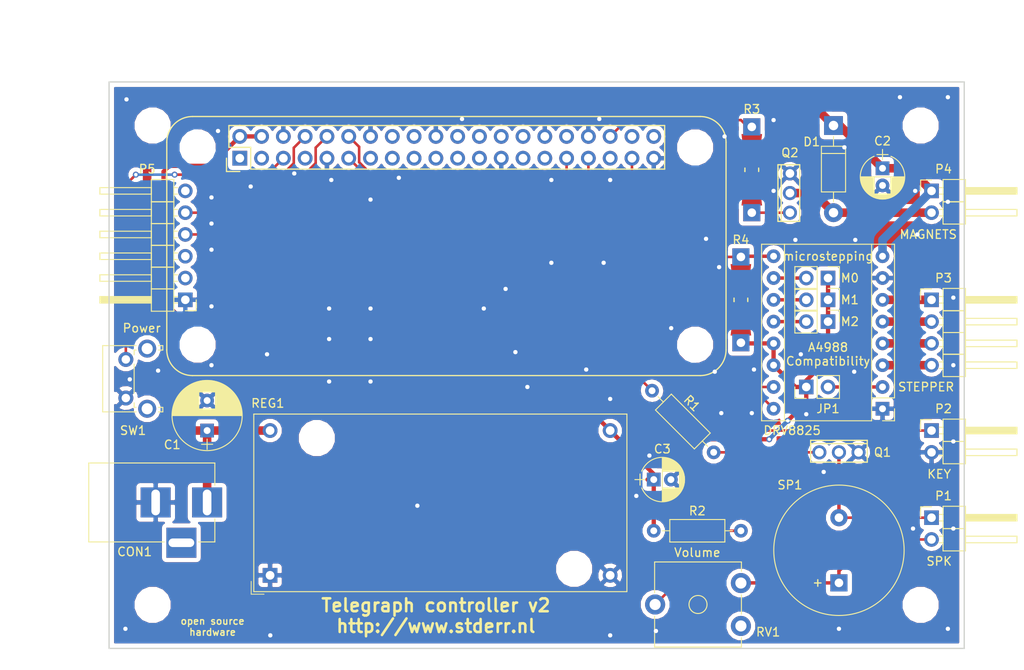
<source format=kicad_pcb>
(kicad_pcb (version 4) (host pcbnew 4.0.6-e0-6349~53~ubuntu16.04.1)
  (layers (0 F.Cu signal) (31 B.Cu signal) (34 B.Paste user) (35 F.Paste user) (36 B.SilkS user) (37 F.SilkS user) (38 B.Mask user) (39 F.Mask user) (44 Edge.Cuts user))
  (net 0 "")
  (net 1 GND)
  (net 2 /EN)
  (net 3 "Net-(A1-Pad2)")
  (net 4 "Net-(A1-Pad10)")
  (net 5 "Net-(A1-Pad3)")
  (net 6 "Net-(A1-Pad11)")
  (net 7 "Net-(A1-Pad4)")
  (net 8 "Net-(A1-Pad12)")
  (net 9 "Net-(A1-Pad5)")
  (net 10 +5V)
  (net 11 "Net-(A1-Pad6)")
  (net 12 /STEP)
  (net 13 +12V)
  (net 14 /DIR)
  (net 15 "Net-(CON1-Pad3)")
  (net 16 "Net-(D1-Pad2)")
  (net 17 "Net-(J1-Pad1)")
  (net 18 "Net-(J1-Pad3)")
  (net 19 "Net-(J1-Pad7)")
  (net 20 "Net-(J1-Pad13)")
  (net 21 "Net-(J1-Pad15)")
  (net 22 "Net-(J1-Pad16)")
  (net 23 "Net-(J1-Pad17)")
  (net 24 "Net-(J1-Pad18)")
  (net 25 "Net-(J1-Pad19)")
  (net 26 "Net-(J1-Pad21)")
  (net 27 "Net-(J1-Pad22)")
  (net 28 "Net-(J1-Pad23)")
  (net 29 "Net-(J1-Pad24)")
  (net 30 "Net-(J1-Pad26)")
  (net 31 "Net-(J1-Pad27)")
  (net 32 "Net-(J1-Pad28)")
  (net 33 "Net-(J1-Pad29)")
  (net 34 "Net-(J1-Pad32)")
  (net 35 "Net-(J1-Pad35)")
  (net 36 "Net-(J1-Pad38)")
  (net 37 "Net-(J1-Pad40)")
  (net 38 "Net-(P1-Pad1)")
  (net 39 "Net-(P1-Pad2)")
  (net 40 /KEY)
  (net 41 "Net-(Q1-Pad1)")
  (net 42 "Net-(Q2-Pad1)")
  (net 43 /SPK)
  (net 44 "Net-(R2-Pad2)")
  (net 45 /MAGNET)
  (net 46 /TX)
  (net 47 /RX)
  (net 48 "Net-(RV1-Pad3)")
  (net 49 /PWR)
  (net 50 "Net-(P5-Pad2)")
  (net 51 "Net-(P5-Pad3)")
  (net 52 "Net-(P5-Pad6)")
  (module Footprints:stitching_via (layer F.Cu) (at 111.76 115.316)
    (fp_text reference REF** hide)
    (fp_text value via0.8size0.5drill hide)
    (pad "" thru_hole circle (at 0 0) (size 0.8 0.8) (drill 0.5) (layers *.Cu) (net 1 GND))
  )
  (module Footprints:stitching_via (layer F.Cu) (at 66.04 56.515)
    (fp_text reference REF** hide)
    (fp_text value via0.8size0.5drill hide)
    (pad "" thru_hole circle (at 0 0) (size 0.8 0.8) (drill 0.5) (layers *.Cu) (net 1 GND))
  )
  (module Footprints:stitching_via (layer F.Cu) (at 65.278 83.82)
    (fp_text reference REF** hide)
    (fp_text value via0.8size0.5drill hide)
    (pad "" thru_hole circle (at 0 0) (size 0.8 0.8) (drill 0.5) (layers *.Cu) (net 1 GND))
  )
  (module Footprints:stitching_via (layer F.Cu) (at 83.82 85.725)
    (fp_text reference REF** hide)
    (fp_text value via0.8size0.5drill hide)
    (pad "" thru_hole circle (at 0 0) (size 0.8 0.8) (drill 0.5) (layers *.Cu) (net 1 GND))
  )
  (module Footprints:stitching_via (layer F.Cu) (at 78.994 85.725)
    (fp_text reference REF** hide)
    (fp_text value via0.8size0.5drill hide)
    (pad "" thru_hole circle (at 0 0) (size 0.8 0.8) (drill 0.5) (layers *.Cu) (net 1 GND))
  )
  (module Footprints:stitching_via (layer F.Cu) (at 89.281 100.203)
    (fp_text reference REF** hide)
    (fp_text value via0.8size0.5drill hide)
    (pad "" thru_hole circle (at 0 0) (size 0.8 0.8) (drill 0.5) (layers *.Cu) (net 1 GND))
  )
  (module Footprints:stitching_via (layer F.Cu) (at 55.753 85.471)
    (fp_text reference REF** hide)
    (fp_text value via0.8size0.5drill hide)
    (pad "" thru_hole circle (at 0 0) (size 0.8 0.8) (drill 0.5) (layers *.Cu) (net 1 GND))
  )
  (module Footprints:stitching_via (layer F.Cu) (at 108.966 84.328)
    (fp_text reference REF** hide)
    (fp_text value via0.8size0.5drill hide)
    (pad "" thru_hole circle (at 0 0) (size 0.8 0.8) (drill 0.5) (layers *.Cu) (net 1 GND))
  )
  (module Footprints:stitching_via (layer F.Cu) (at 133.985 82.55)
    (fp_text reference REF** hide)
    (fp_text value via0.8size0.5drill hide)
    (pad "" thru_hole circle (at 0 0) (size 0.8 0.8) (drill 0.5) (layers *.Cu) (net 1 GND))
  )
  (module Footprints:stitching_via (layer F.Cu) (at 140.335 69.215)
    (fp_text reference REF** hide)
    (fp_text value via0.8size0.5drill hide)
    (pad "" thru_hole circle (at 0 0) (size 0.8 0.8) (drill 0.5) (layers *.Cu) (net 1 GND))
  )
  (module Footprints:stitching_via (layer F.Cu) (at 133.35 69.215)
    (fp_text reference REF** hide)
    (fp_text value via0.8size0.5drill hide)
    (pad "" thru_hole circle (at 0 0) (size 0.8 0.8) (drill 0.5) (layers *.Cu) (net 1 GND))
  )
  (module Footprints:stitching_via (layer F.Cu) (at 125.095 57.15)
    (fp_text reference REF** hide)
    (fp_text value via0.8size0.5drill hide)
    (pad "" thru_hole circle (at 0 0) (size 0.8 0.8) (drill 0.5) (layers *.Cu) (net 1 GND))
  )
  (module Footprints:stitching_via (layer F.Cu) (at 139.065 58.42)
    (fp_text reference REF** hide)
    (fp_text value via0.8size0.5drill hide)
    (pad "" thru_hole circle (at 0 0) (size 0.8 0.8) (drill 0.5) (layers *.Cu) (net 1 GND))
  )
  (module Footprints:stitching_via (layer F.Cu) (at 130.81 63.5)
    (fp_text reference REF** hide)
    (fp_text value via0.8size0.5drill hide)
    (pad "" thru_hole circle (at 0 0) (size 0.8 0.8) (drill 0.5) (layers *.Cu) (net 1 GND))
  )
  (module Footprints:stitching_via (layer F.Cu) (at 134.62 89.535)
    (fp_text reference REF** hide)
    (fp_text value via0.8size0.5drill hide)
    (pad "" thru_hole circle (at 0 0) (size 0.8 0.8) (drill 0.5) (layers *.Cu) (net 1 GND))
  )
  (module Footprints:stitching_via (layer F.Cu) (at 147.574 68.58)
    (fp_text reference REF** hide)
    (fp_text value via0.8size0.5drill hide)
    (pad "" thru_hole circle (at 0 0) (size 0.8 0.8) (drill 0.5) (layers *.Cu) (net 1 GND))
  )
  (module Footprints:stitching_via (layer F.Cu) (at 151.13 114.554)
    (fp_text reference REF** hide)
    (fp_text value via0.8size0.5drill hide)
    (pad "" thru_hole circle (at 0 0) (size 0.8 0.8) (drill 0.5) (layers *.Cu) (net 1 GND))
  )
  (module Footprints:stitching_via (layer F.Cu) (at 55.245 114.554)
    (fp_text reference REF** hide)
    (fp_text value via0.8size0.5drill hide)
    (pad "" thru_hole circle (at 0 0) (size 0.8 0.8) (drill 0.5) (layers *.Cu) (net 1 GND))
  )
  (module Footprints:stitching_via (layer F.Cu) (at 55.372 52.832)
    (fp_text reference REF** hide)
    (fp_text value via0.8size0.5drill hide)
    (pad "" thru_hole circle (at 0 0) (size 0.8 0.8) (drill 0.5) (layers *.Cu) (net 1 GND))
  )
  (module Footprints:stitching_via (layer F.Cu) (at 122.936 69.088)
    (fp_text reference REF** hide)
    (fp_text value via0.8size0.5drill hide)
    (pad "" thru_hole circle (at 0 0) (size 0.8 0.8) (drill 0.5) (layers *.Cu) (net 1 GND))
  )
  (module Footprints:stitching_via (layer F.Cu) (at 118.872 79.502)
    (fp_text reference REF** hide)
    (fp_text value via0.8size0.5drill hide)
    (pad "" thru_hole circle (at 0 0) (size 0.8 0.8) (drill 0.5) (layers *.Cu) (net 1 GND))
  )
  (module Footprints:stitching_via (layer F.Cu) (at 123.952 84.582)
    (fp_text reference REF** hide)
    (fp_text value via0.8size0.5drill hide)
    (pad "" thru_hole circle (at 0 0) (size 0.8 0.8) (drill 0.5) (layers *.Cu) (net 1 GND))
  )
  (module Footprints:stitching_via (layer F.Cu) (at 110.998 71.882)
    (fp_text reference REF** hide)
    (fp_text value via0.8size0.5drill hide)
    (pad "" thru_hole circle (at 0 0) (size 0.8 0.8) (drill 0.5) (layers *.Cu) (net 1 GND))
  )
  (module Footprints:stitching_via (layer F.Cu) (at 111.76 62.23)
    (fp_text reference REF** hide)
    (fp_text value via0.8size0.5drill hide)
    (pad "" thru_hole circle (at 0 0) (size 0.8 0.8) (drill 0.5) (layers *.Cu) (net 1 GND))
  )
  (module Footprints:stitching_via (layer F.Cu) (at 124.46 72.39)
    (fp_text reference REF** hide)
    (fp_text value via0.8size0.5drill hide)
    (pad "" thru_hole circle (at 0 0) (size 0.8 0.8) (drill 0.5) (layers *.Cu) (net 1 GND))
  )
  (module Footprints:stitching_via (layer F.Cu) (at 128.524 84.328)
    (fp_text reference REF** hide)
    (fp_text value via0.8size0.5drill hide)
    (pad "" thru_hole circle (at 0 0) (size 0.8 0.8) (drill 0.5) (layers *.Cu) (net 1 GND))
  )
  (module Footprints:stitching_via (layer F.Cu) (at 140.208 84.582)
    (fp_text reference REF** hide)
    (fp_text value via0.8size0.5drill hide)
    (pad "" thru_hole circle (at 0 0) (size 0.8 0.8) (drill 0.5) (layers *.Cu) (net 1 GND))
  )
  (module Footprints:stitching_via (layer F.Cu) (at 136.652 96.266)
    (fp_text reference REF** hide)
    (fp_text value via0.8size0.5drill hide)
    (pad "" thru_hole circle (at 0 0) (size 0.8 0.8) (drill 0.5) (layers *.Cu) (net 1 GND))
  )
  (module Footprints:stitching_via (layer F.Cu) (at 147.066 102.87)
    (fp_text reference REF** hide)
    (fp_text value via0.8size0.5drill hide)
    (pad "" thru_hole circle (at 0 0) (size 0.8 0.8) (drill 0.5) (layers *.Cu) (net 1 GND))
  )
  (module Footprints:stitching_via (layer F.Cu) (at 116.332 94.361)
    (fp_text reference REF** hide)
    (fp_text value via0.8size0.5drill hide)
    (pad "" thru_hole circle (at 0 0) (size 0.8 0.8) (drill 0.5) (layers *.Cu) (net 1 GND))
  )
  (module Footprints:stitching_via (layer F.Cu) (at 114.808 99.06)
    (fp_text reference REF** hide)
    (fp_text value via0.8size0.5drill hide)
    (pad "" thru_hole circle (at 0 0) (size 0.8 0.8) (drill 0.5) (layers *.Cu) (net 1 GND))
  )
  (module Footprints:stitching_via (layer F.Cu) (at 102.108 86.36)
    (fp_text reference REF** hide)
    (fp_text value via0.8size0.5drill hide)
    (pad "" thru_hole circle (at 0 0) (size 0.8 0.8) (drill 0.5) (layers *.Cu) (net 1 GND))
  )
  (module Footprints:stitching_via (layer F.Cu) (at 71.755 82.55)
    (fp_text reference REF** hide)
    (fp_text value via0.8size0.5drill hide)
    (pad "" thru_hole circle (at 0 0) (size 0.8 0.8) (drill 0.5) (layers *.Cu) (net 1 GND))
  )
  (module Footprints:stitching_via (layer F.Cu) (at 78.994 80.772)
    (fp_text reference REF** hide)
    (fp_text value via0.8size0.5drill hide)
    (pad "" thru_hole circle (at 0 0) (size 0.8 0.8) (drill 0.5) (layers *.Cu) (net 1 GND))
  )
  (module Footprints:stitching_via (layer F.Cu) (at 117.094 114.808)
    (fp_text reference REF** hide)
    (fp_text value via0.8size0.5drill hide)
    (pad "" thru_hole circle (at 0 0) (size 0.8 0.8) (drill 0.5) (layers *.Cu) (net 1 GND))
  )
  (module Footprints:stitching_via (layer F.Cu) (at 138.43 114.554)
    (fp_text reference REF** hide)
    (fp_text value via0.8size0.5drill hide)
    (pad "" thru_hole circle (at 0 0) (size 0.8 0.8) (drill 0.5) (layers *.Cu) (net 1 GND))
  )
  (module Footprints:stitching_via (layer F.Cu) (at 151.765 102.87)
    (fp_text reference REF** hide)
    (fp_text value via0.8size0.5drill hide)
    (pad "" thru_hole circle (at 0 0) (size 0.8 0.8) (drill 0.5) (layers *.Cu) (net 1 GND))
  )
  (module Footprints:stitching_via (layer F.Cu) (at 151.765 92.71)
    (fp_text reference REF** hide)
    (fp_text value via0.8size0.5drill hide)
    (pad "" thru_hole circle (at 0 0) (size 0.8 0.8) (drill 0.5) (layers *.Cu) (net 1 GND))
  )
  (module Footprints:stitching_via (layer F.Cu) (at 151.765 83.82)
    (fp_text reference REF** hide)
    (fp_text value via0.8size0.5drill hide)
    (pad "" thru_hole circle (at 0 0) (size 0.8 0.8) (drill 0.5) (layers *.Cu) (net 1 GND))
  )
  (module Footprints:stitching_via (layer F.Cu) (at 151.765 75.946)
    (fp_text reference REF** hide)
    (fp_text value via0.8size0.5drill hide)
    (pad "" thru_hole circle (at 0 0) (size 0.8 0.8) (drill 0.5) (layers *.Cu) (net 1 GND))
  )
  (module Footprints:stitching_via (layer F.Cu) (at 151.13 64.77)
    (fp_text reference REF** hide)
    (fp_text value via0.8size0.5drill hide)
    (pad "" thru_hole circle (at 0 0) (size 0.8 0.8) (drill 0.5) (layers *.Cu) (net 1 GND))
  )
  (module Footprints:stitching_via (layer F.Cu) (at 145.542 52.578)
    (fp_text reference REF** hide)
    (fp_text value via0.8size0.5drill hide)
    (pad "" thru_hole circle (at 0 0) (size 0.8 0.8) (drill 0.5) (layers *.Cu) (net 1 GND))
  )
  (module Footprints:stitching_via (layer F.Cu) (at 151.13 52.578)
    (fp_text reference REF** hide)
    (fp_text value via0.8size0.5drill hide)
    (pad "" thru_hole circle (at 0 0) (size 0.8 0.8) (drill 0.5) (layers *.Cu) (net 1 GND))
  )
  (module Footprints:stitching_via (layer F.Cu) (at 130.81 55.245)
    (fp_text reference REF** hide)
    (fp_text value via0.8size0.5drill hide)
    (pad "" thru_hole circle (at 0 0) (size 0.8 0.8) (drill 0.5) (layers *.Cu) (net 1 GND))
  )
  (module Footprints:stitching_via (layer F.Cu) (at 147.32 63.5)
    (fp_text reference REF** hide)
    (fp_text value via0.8size0.5drill hide)
    (pad "" thru_hole circle (at 0 0) (size 0.8 0.8) (drill 0.5) (layers *.Cu) (net 1 GND))
  )
  (module Footprints:stitching_via (layer F.Cu) (at 110.49 55.118)
    (fp_text reference REF** hide)
    (fp_text value via0.8size0.5drill hide)
    (pad "" thru_hole circle (at 0 0) (size 0.8 0.8) (drill 0.5) (layers *.Cu) (net 1 GND))
  )
  (module Footprints:stitching_via (layer F.Cu) (at 94.488 55.118)
    (fp_text reference REF** hide)
    (fp_text value via0.8size0.5drill hide)
    (pad "" thru_hole circle (at 0 0) (size 0.8 0.8) (drill 0.5) (layers *.Cu) (net 1 GND))
  )
  (module Footprints:stitching_via (layer F.Cu) (at 74.93 61.468)
    (fp_text reference REF** hide)
    (fp_text value via0.8size0.5drill hide)
    (pad "" thru_hole circle (at 0 0) (size 0.8 0.8) (drill 0.5) (layers *.Cu) (net 1 GND))
  )
  (module Footprints:stitching_via (layer F.Cu) (at 65.278 67.31)
    (fp_text reference REF** hide)
    (fp_text value via0.8size0.5drill hide)
    (pad "" thru_hole circle (at 0 0) (size 0.8 0.8) (drill 0.5) (layers *.Cu) (net 1 GND))
  )
  (module Footprints:stitching_via (layer F.Cu) (at 69.85 62.992)
    (fp_text reference REF** hide)
    (fp_text value via0.8size0.5drill hide)
    (pad "" thru_hole circle (at 0 0) (size 0.8 0.8) (drill 0.5) (layers *.Cu) (net 1 GND))
  )
  (module Footprints:stitching_via (layer F.Cu) (at 65.278 64.262)
    (fp_text reference REF** hide)
    (fp_text value via0.8size0.5drill hide)
    (pad "" thru_hole circle (at 0 0) (size 0.8 0.8) (drill 0.5) (layers *.Cu) (net 1 GND))
  )
  (module Footprints:stitching_via (layer F.Cu) (at 65.278 70.358)
    (fp_text reference REF** hide)
    (fp_text value via0.8size0.5drill hide)
    (pad "" thru_hole circle (at 0 0) (size 0.8 0.8) (drill 0.5) (layers *.Cu) (net 1 GND))
  )
  (module Footprints:stitching_via (layer F.Cu) (at 65.278 76.962)
    (fp_text reference REF** hide)
    (fp_text value via0.8size0.5drill hide)
    (pad "" thru_hole circle (at 0 0) (size 0.8 0.8) (drill 0.5) (layers *.Cu) (net 1 GND))
  )
  (module Footprints:stitching_via (layer F.Cu) (at 78.994 77.216)
    (fp_text reference REF** hide)
    (fp_text value via0.8size0.5drill hide)
    (pad "" thru_hole circle (at 0 0) (size 0.8 0.8) (drill 0.5) (layers *.Cu) (net 1 GND))
  )
  (module Footprints:stitching_via (layer F.Cu) (at 79.248 62.23)
    (fp_text reference REF** hide)
    (fp_text value via0.8size0.5drill hide)
    (pad "" thru_hole circle (at 0 0) (size 0.8 0.8) (drill 0.5) (layers *.Cu) (net 1 GND))
  )
  (module Footprints:stitching_via (layer F.Cu) (at 99.568 74.93)
    (fp_text reference REF** hide)
    (fp_text value via0.8size0.5drill hide)
    (pad "" thru_hole circle (at 0 0) (size 0.8 0.8) (drill 0.5) (layers *.Cu) (net 1 GND))
  )
  (module Footprints:stitching_via (layer F.Cu) (at 104.902 71.882)
    (fp_text reference REF** hide)
    (fp_text value via0.8size0.5drill hide)
    (pad "" thru_hole circle (at 0 0) (size 0.8 0.8) (drill 0.5) (layers *.Cu) (net 1 GND))
  )
  (module Footprints:stitching_via (layer F.Cu) (at 104.902 62.23)
    (fp_text reference REF** hide)
    (fp_text value via0.8size0.5drill hide)
    (pad "" thru_hole circle (at 0 0) (size 0.8 0.8) (drill 0.5) (layers *.Cu) (net 1 GND))
  )
  (module Footprints:stitching_via (layer F.Cu) (at 87.122 61.976)
    (fp_text reference REF** hide)
    (fp_text value via0.8size0.5drill hide)
    (pad "" thru_hole circle (at 0 0) (size 0.8 0.8) (drill 0.5) (layers *.Cu) (net 1 GND))
  )
  (module Footprints:stitching_via (layer F.Cu) (at 111.76 87.757)
    (fp_text reference REF** hide)
    (fp_text value via0.8size0.5drill hide)
    (pad "" thru_hole circle (at 0 0) (size 0.8 0.8) (drill 0.5) (layers *.Cu) (net 1 GND))
  )
  (module Footprints:stitching_via (layer F.Cu) (at 124.714 89.408)
    (fp_text reference REF** hide)
    (fp_text value via0.8size0.5drill hide)
    (pad "" thru_hole circle (at 0 0) (size 0.8 0.8) (drill 0.5) (layers *.Cu) (net 1 GND))
  )
  (module Footprints:stitching_via (layer F.Cu) (at 128.27 89.408)
    (fp_text reference REF** hide)
    (fp_text value via0.8size0.5drill hide)
    (pad "" thru_hole circle (at 0 0) (size 0.8 0.8) (drill 0.5) (layers *.Cu) (net 1 GND))
  )
  (module Footprints:stitching_via (layer F.Cu) (at 97.028 77.216)
    (fp_text reference REF** hide)
    (fp_text value via0.8size0.5drill hide)
    (pad "" thru_hole circle (at 0 0) (size 0.8 0.8) (drill 0.5) (layers *.Cu) (net 1 GND))
  )
  (module Footprints:stitching_via (layer F.Cu) (at 83.82 64.516)
    (fp_text reference REF** hide)
    (fp_text value via0.8size0.5drill hide)
    (pad "" thru_hole circle (at 0 0) (size 0.8 0.8) (drill 0.5) (layers *.Cu) (net 1 GND))
  )
  (module Footprints:stitching_via (layer F.Cu) (at 83.82 77.216)
    (fp_text reference REF** hide)
    (fp_text value via0.8size0.5drill hide)
    (pad "" thru_hole circle (at 0 0) (size 0.8 0.8) (drill 0.5) (layers *.Cu) (net 1 GND))
  )
  (module Footprints:stitching_via (layer F.Cu) (at 72.136 115.316)
    (fp_text reference REF** hide)
    (fp_text value via0.8size0.5drill hide)
    (pad "" thru_hole circle (at 0 0) (size 0.8 0.8) (drill 0.5) (layers *.Cu) (net 1 GND))
  )
  (module Footprints:stitching_via (layer F.Cu) (at 59.055 84.455)
    (fp_text reference REF** hide)
    (fp_text value via0.8size0.5drill hide)
    (pad "" thru_hole circle (at 0 0) (size 0.8 0.8) (drill 0.5) (layers *.Cu) (net 1 GND))
  )
  (module Footprints:stitching_via (layer F.Cu) (at 100.711 82.296)
    (fp_text reference REF** hide)
    (fp_text value via0.8size0.5drill hide)
    (pad "" thru_hole circle (at 0 0) (size 0.8 0.8) (drill 0.5) (layers *.Cu) (net 1 GND))
  )
  (module Mounting_Holes:MountingHole_3.2mm_M3 (layer F.Cu) (at 58.42 55.88)
    (fp_text reference REF** hide)
    (fp_text value MountingHole_3.2mm_M3)
    (pad 1 np_thru_hole circle (at 0 0) (size 3.2 3.2) (drill 3.2) (layers *.Cu *.Mask))
  )
  (module Mounting_Holes:MountingHole_3.2mm_M3 (layer F.Cu) (at 58.42 111.76)
    (fp_text reference REF** hide)
    (fp_text value MountingHole_3.2mm_M3)
    (pad 1 np_thru_hole circle (at 0 0) (size 3.2 3.2) (drill 3.2) (layers *.Cu *.Mask))
  )
  (module Mounting_Holes:MountingHole_3.2mm_M3 (layer F.Cu) (at 147.955 111.76)
    (fp_text reference REF** hide)
    (fp_text value MountingHole_3.2mm_M3)
    (pad 1 np_thru_hole circle (at 0 0) (size 3.2 3.2) (drill 3.2) (layers *.Cu *.Mask))
  )
  (module Modules:Pololu_Breakout-16_15.2x20.3mm (layer F.Cu) (at 143.51 88.9 180)
    (fp_text reference A1 hide)
    (fp_text value Pololu_Breakout_DRV8825)
    (pad 1 thru_hole rect (at 0 0 180) (size 1.6 1.6) (drill 0.8) (layers *.Cu *.Mask) (net 1 GND))
    (pad 9 thru_hole oval (at 12.7 17.78 180) (size 1.6 1.6) (drill 0.8) (layers *.Cu *.Mask) (net 2 /EN))
    (pad 2 thru_hole oval (at 0 2.54 180) (size 1.6 1.6) (drill 0.8) (layers *.Cu *.Mask) (net 3 "Net-(A1-Pad2)"))
    (pad 10 thru_hole oval (at 12.7 15.24 180) (size 1.6 1.6) (drill 0.8) (layers *.Cu *.Mask) (net 4 "Net-(A1-Pad10)"))
    (pad 3 thru_hole oval (at 0 5.08 180) (size 1.6 1.6) (drill 0.8) (layers *.Cu *.Mask) (net 5 "Net-(A1-Pad3)"))
    (pad 11 thru_hole oval (at 12.7 12.7 180) (size 1.6 1.6) (drill 0.8) (layers *.Cu *.Mask) (net 6 "Net-(A1-Pad11)"))
    (pad 4 thru_hole oval (at 0 7.62 180) (size 1.6 1.6) (drill 0.8) (layers *.Cu *.Mask) (net 7 "Net-(A1-Pad4)"))
    (pad 12 thru_hole oval (at 12.7 10.16 180) (size 1.6 1.6) (drill 0.8) (layers *.Cu *.Mask) (net 8 "Net-(A1-Pad12)"))
    (pad 5 thru_hole oval (at 0 10.16 180) (size 1.6 1.6) (drill 0.8) (layers *.Cu *.Mask) (net 9 "Net-(A1-Pad5)"))
    (pad 13 thru_hole oval (at 12.7 7.62 180) (size 1.6 1.6) (drill 0.8) (layers *.Cu *.Mask) (net 10 +5V))
    (pad 6 thru_hole oval (at 0 12.7 180) (size 1.6 1.6) (drill 0.8) (layers *.Cu *.Mask) (net 11 "Net-(A1-Pad6)"))
    (pad 14 thru_hole oval (at 12.7 5.08 180) (size 1.6 1.6) (drill 0.8) (layers *.Cu *.Mask) (net 10 +5V))
    (pad 7 thru_hole oval (at 0 15.24 180) (size 1.6 1.6) (drill 0.8) (layers *.Cu *.Mask) (net 1 GND))
    (pad 15 thru_hole oval (at 12.7 2.54 180) (size 1.6 1.6) (drill 0.8) (layers *.Cu *.Mask) (net 12 /STEP))
    (pad 8 thru_hole oval (at 0 17.78 180) (size 1.6 1.6) (drill 0.8) (layers *.Cu *.Mask) (net 13 +12V))
    (pad 16 thru_hole oval (at 12.7 0 180) (size 1.6 1.6) (drill 0.8) (layers *.Cu *.Mask) (net 14 /DIR))
  )
  (module Connectors:BARREL_JACK (layer F.Cu) (at 64.77 99.822)
    (fp_text reference CON1 (at -8.45 5.75 180) (layer F.SilkS))
    (fp_text value BARREL_JACK)
    (pad 1 thru_hole rect (at 0 0) (size 3.5 3.5) (drill oval 1 3) (layers *.Cu *.Mask) (net 13 +12V))
    (pad 2 thru_hole rect (at -6 0) (size 3.5 3.5) (drill oval 1 3) (layers *.Cu *.Mask) (net 1 GND))
    (pad 3 thru_hole rect (at -3 4.7) (size 3.5 3.5) (drill oval 3 1) (layers *.Cu *.Mask) (net 15 "Net-(CON1-Pad3)"))
  )
  (module Diodes_THT:D_DO-41_SOD81_P10.16mm_Horizontal (layer F.Cu) (at 137.795 55.88 270)
    (fp_text reference D1 (at 1.905 2.54 540) (layer F.SilkS))
    (fp_text value 1N4001)
    (pad 1 thru_hole rect (at 0 0 270) (size 2.2 2.2) (drill 1.1) (layers *.Cu *.Mask) (net 13 +12V))
    (pad 2 thru_hole oval (at 10.16 0 270) (size 2.2 2.2) (drill 1.1) (layers *.Cu *.Mask) (net 16 "Net-(D1-Pad2)"))
  )
  (module Footprints:Raspberry_Pi_Zero (layer F.Cu) (at 68.58 59.69)
    (fp_text reference J1 hide)
    (fp_text value Raspberry_Pi_2_3)
    (pad 1 thru_hole rect (at 0 0 90) (size 1.7272 1.7272) (drill 1.016) (layers *.Cu *.Mask) (net 17 "Net-(J1-Pad1)"))
    (pad 2 thru_hole oval (at 0 -2.54 180) (size 1.7272 1.7272) (drill 1.016) (layers *.Cu *.Mask) (net 10 +5V))
    (pad 3 thru_hole oval (at 2.54 0 90) (size 1.7272 1.7272) (drill 1.016) (layers *.Cu *.Mask) (net 18 "Net-(J1-Pad3)"))
    (pad 4 thru_hole oval (at 2.54 -2.54 90) (size 1.7272 1.7272) (drill 1.016) (layers *.Cu *.Mask) (net 10 +5V))
    (pad 5 thru_hole oval (at 5.08 0 90) (size 1.7272 1.7272) (drill 1.016) (layers *.Cu *.Mask) (net 49 /PWR))
    (pad 6 thru_hole oval (at 5.08 -2.54 90) (size 1.7272 1.7272) (drill 1.016) (layers *.Cu *.Mask) (net 1 GND))
    (pad 7 thru_hole oval (at 7.62 0 90) (size 1.7272 1.7272) (drill 1.016) (layers *.Cu *.Mask) (net 19 "Net-(J1-Pad7)"))
    (pad 8 thru_hole oval (at 7.62 -2.54 90) (size 1.7272 1.7272) (drill 1.016) (layers *.Cu *.Mask) (net 46 /TX))
    (pad 9 thru_hole oval (at 10.16 0 90) (size 1.7272 1.7272) (drill 1.016) (layers *.Cu *.Mask) (net 1 GND))
    (pad 10 thru_hole oval (at 10.16 -2.54 90) (size 1.7272 1.7272) (drill 1.016) (layers *.Cu *.Mask) (net 47 /RX))
    (pad 11 thru_hole oval (at 12.7 0 90) (size 1.7272 1.7272) (drill 1.016) (layers *.Cu *.Mask) (net 40 /KEY))
    (pad 12 thru_hole oval (at 12.7 -2.54 90) (size 1.7272 1.7272) (drill 1.016) (layers *.Cu *.Mask) (net 43 /SPK))
    (pad 13 thru_hole oval (at 15.24 0 90) (size 1.7272 1.7272) (drill 1.016) (layers *.Cu *.Mask) (net 20 "Net-(J1-Pad13)"))
    (pad 14 thru_hole oval (at 15.24 -2.54 90) (size 1.7272 1.7272) (drill 1.016) (layers *.Cu *.Mask) (net 1 GND))
    (pad 15 thru_hole oval (at 17.78 0 90) (size 1.7272 1.7272) (drill 1.016) (layers *.Cu *.Mask) (net 21 "Net-(J1-Pad15)"))
    (pad 16 thru_hole oval (at 17.78 -2.54 90) (size 1.7272 1.7272) (drill 1.016) (layers *.Cu *.Mask) (net 22 "Net-(J1-Pad16)"))
    (pad 17 thru_hole oval (at 20.32 0 90) (size 1.7272 1.7272) (drill 1.016) (layers *.Cu *.Mask) (net 23 "Net-(J1-Pad17)"))
    (pad 18 thru_hole oval (at 20.32 -2.54 90) (size 1.7272 1.7272) (drill 1.016) (layers *.Cu *.Mask) (net 24 "Net-(J1-Pad18)"))
    (pad 19 thru_hole oval (at 22.86 0 90) (size 1.7272 1.7272) (drill 1.016) (layers *.Cu *.Mask) (net 25 "Net-(J1-Pad19)"))
    (pad 20 thru_hole oval (at 22.86 -2.54 90) (size 1.7272 1.7272) (drill 1.016) (layers *.Cu *.Mask) (net 1 GND))
    (pad 21 thru_hole oval (at 25.4 0 90) (size 1.7272 1.7272) (drill 1.016) (layers *.Cu *.Mask) (net 26 "Net-(J1-Pad21)"))
    (pad 22 thru_hole oval (at 25.4 -2.54 90) (size 1.7272 1.7272) (drill 1.016) (layers *.Cu *.Mask) (net 27 "Net-(J1-Pad22)"))
    (pad 23 thru_hole oval (at 27.94 0 90) (size 1.7272 1.7272) (drill 1.016) (layers *.Cu *.Mask) (net 28 "Net-(J1-Pad23)"))
    (pad 24 thru_hole oval (at 27.94 -2.54 90) (size 1.7272 1.7272) (drill 1.016) (layers *.Cu *.Mask) (net 29 "Net-(J1-Pad24)"))
    (pad 25 thru_hole oval (at 30.48 0 90) (size 1.7272 1.7272) (drill 1.016) (layers *.Cu *.Mask) (net 1 GND))
    (pad 26 thru_hole oval (at 30.48 -2.54 90) (size 1.7272 1.7272) (drill 1.016) (layers *.Cu *.Mask) (net 30 "Net-(J1-Pad26)"))
    (pad 27 thru_hole oval (at 33.02 0 90) (size 1.7272 1.7272) (drill 1.016) (layers *.Cu *.Mask) (net 31 "Net-(J1-Pad27)"))
    (pad 28 thru_hole oval (at 33.02 -2.54 90) (size 1.7272 1.7272) (drill 1.016) (layers *.Cu *.Mask) (net 32 "Net-(J1-Pad28)"))
    (pad 29 thru_hole oval (at 35.56 0 90) (size 1.7272 1.7272) (drill 1.016) (layers *.Cu *.Mask) (net 33 "Net-(J1-Pad29)"))
    (pad 30 thru_hole oval (at 35.56 -2.54 90) (size 1.7272 1.7272) (drill 1.016) (layers *.Cu *.Mask) (net 1 GND))
    (pad 31 thru_hole oval (at 38.1 0 90) (size 1.7272 1.7272) (drill 1.016) (layers *.Cu *.Mask) (net 14 /DIR))
    (pad 32 thru_hole oval (at 38.1 -2.54 90) (size 1.7272 1.7272) (drill 1.016) (layers *.Cu *.Mask) (net 34 "Net-(J1-Pad32)"))
    (pad 33 thru_hole oval (at 40.64 0 90) (size 1.7272 1.7272) (drill 1.016) (layers *.Cu *.Mask) (net 12 /STEP))
    (pad 34 thru_hole oval (at 40.64 -2.54 90) (size 1.7272 1.7272) (drill 1.016) (layers *.Cu *.Mask) (net 1 GND))
    (pad 35 thru_hole oval (at 43.18 0 90) (size 1.7272 1.7272) (drill 1.016) (layers *.Cu *.Mask) (net 35 "Net-(J1-Pad35)"))
    (pad 36 thru_hole oval (at 43.18 -2.54 90) (size 1.7272 1.7272) (drill 1.016) (layers *.Cu *.Mask) (net 45 /MAGNET))
    (pad 37 thru_hole oval (at 45.72 0 90) (size 1.7272 1.7272) (drill 1.016) (layers *.Cu *.Mask) (net 2 /EN))
    (pad 38 thru_hole oval (at 45.72 -2.54 90) (size 1.7272 1.7272) (drill 1.016) (layers *.Cu *.Mask) (net 36 "Net-(J1-Pad38)"))
    (pad 39 thru_hole oval (at 48.26 0 90) (size 1.7272 1.7272) (drill 1.016) (layers *.Cu *.Mask) (net 1 GND))
    (pad 40 thru_hole oval (at 48.26 -2.54 90) (size 1.7272 1.7272) (drill 1.016) (layers *.Cu *.Mask) (net 37 "Net-(J1-Pad40)"))
    (pad "" np_thru_hole circle (at -4.91188 21.74058) (size 3.2 3.2) (drill 3.2) (layers *.Cu))
    (pad "" np_thru_hole circle (at 53.08812 21.74058) (size 3.2 3.2) (drill 3.2) (layers *.Cu))
    (pad "" np_thru_hole circle (at 53.08812 -1.25942) (size 3.2 3.2) (drill 3.2) (layers *.Cu))
    (pad "" np_thru_hole circle (at -4.91188 -1.25942) (size 3.2 3.2) (drill 3.2) (layers *.Cu))
  )
  (module TO_SOT_Packages_THT:TO-251AA (layer F.Cu) (at 136.144 93.98)
    (fp_text reference Q1 (at 7.366 0) (layer F.SilkS))
    (fp_text value STU60N3LH5)
    (pad 2 thru_hole circle (at 2.286 0 180) (size 1.651 1.651) (drill 1.016) (layers *.Cu *.Mask) (net 38 "Net-(P1-Pad1)"))
    (pad 3 thru_hole circle (at 4.572 0 180) (size 1.651 1.651) (drill 1.016) (layers *.Cu *.Mask) (net 1 GND))
    (pad 1 thru_hole circle (at 0 0 180) (size 1.651 1.651) (drill 1.016) (layers *.Cu *.Mask) (net 41 "Net-(Q1-Pad1)"))
  )
  (module Resistors_Universal:Resistor_SMD+THTuniversal_0805to1206_RM10_HandSoldering (layer F.Cu) (at 128.27 61.03874 90)
    (fp_text reference R3 (at 7.06374 0 180) (layer F.SilkS))
    (fp_text value 1K)
    (pad 1 smd trapezoid (at -2.413 0 90) (size 3.50012 1.99898) (rect_delta 0.39878 0) (layers F.Cu F.Paste F.Mask) (net 42 "Net-(Q2-Pad1)"))
    (pad 2 smd trapezoid (at 2.413 0 270) (size 3.50012 1.99898) (rect_delta 0.39878 0) (layers F.Cu F.Paste F.Mask) (net 45 /MAGNET))
    (pad 1 thru_hole rect (at -5.00126 0 270) (size 1.99898 1.99898) (drill 1.00076) (layers *.Cu *.Mask) (net 42 "Net-(Q2-Pad1)"))
    (pad 2 thru_hole rect (at 5.00126 0 270) (size 1.99898 1.99898) (drill 1.00076) (layers *.Cu *.Mask) (net 45 /MAGNET))
  )
  (module Resistors_Universal:Resistor_SMD+THTuniversal_0805to1206_RM10_HandSoldering (layer F.Cu) (at 127 76.2 90)
    (fp_text reference R4 (at 6.985 0 180) (layer F.SilkS))
    (fp_text value 10K)
    (pad 1 smd trapezoid (at -2.413 0 90) (size 3.50012 1.99898) (rect_delta 0.39878 0) (layers F.Cu F.Paste F.Mask) (net 10 +5V))
    (pad 2 smd trapezoid (at 2.413 0 270) (size 3.50012 1.99898) (rect_delta 0.39878 0) (layers F.Cu F.Paste F.Mask) (net 2 /EN))
    (pad 1 thru_hole rect (at -5.00126 0 270) (size 1.99898 1.99898) (drill 1.00076) (layers *.Cu *.Mask) (net 10 +5V))
    (pad 2 thru_hole rect (at 5.00126 0 270) (size 1.99898 1.99898) (drill 1.00076) (layers *.Cu *.Mask) (net 2 /EN))
  )
  (module Footprints:HCJ-IPM-V2 (layer F.Cu) (at 72.11 108.32 90)
    (fp_text reference REG1 (at 20.055 -0.265 180) (layer F.SilkS))
    (fp_text value REGULATOR_MODULE)
    (pad 1 thru_hole rect (at 0 0 90) (size 1.7272 1.7272) (drill 1.016) (layers *.Cu *.Mask) (net 1 GND))
    (pad 2 thru_hole circle (at 16.88 0 90) (size 1.7272 1.7272) (drill 1.016) (layers *.Cu *.Mask) (net 13 +12V))
    (pad 3 thru_hole circle (at 0 39.65 90) (size 1.7272 1.7272) (drill 1.016) (layers *.Cu *.Mask) (net 1 GND))
    (pad 4 thru_hole circle (at 16.88 39.65 90) (size 1.7272 1.7272) (drill 1.016) (layers *.Cu *.Mask) (net 10 +5V))
    (pad "" np_thru_hole circle (at 16 5.45 90) (size 3.2 3.2) (drill 3.2) (layers *.Cu *.Mask))
    (pad "" np_thru_hole circle (at 0.76 35.45 90) (size 3.2 3.2) (drill 3.2) (layers *.Cu *.Mask))
  )
  (module Potentiometers:Potentiometer_Trimmer_ACP_CA9v_Horizontal_Px10.0mm_Py5.0mm (layer F.Cu) (at 127 109.22 180)
    (fp_text reference RV1 (at -3.175 -5.715 180) (layer F.SilkS))
    (fp_text value 100R)
    (pad 3 thru_hole circle (at 0 -5 180) (size 2.34 2.34) (drill 1.3) (layers *.Cu *.Mask) (net 48 "Net-(RV1-Pad3)"))
    (pad 2 thru_hole circle (at 10 -2.5 180) (size 2.34 2.34) (drill 1.3) (layers *.Cu *.Mask) (net 44 "Net-(R2-Pad2)"))
    (pad 1 thru_hole circle (at 0 0 180) (size 2.34 2.34) (drill 1.3) (layers *.Cu *.Mask) (net 39 "Net-(P1-Pad2)"))
  )
  (module Buzzers_Beepers:Buzzer_15x7.5RM7.6 (layer F.Cu) (at 138.43 109.2 90)
    (fp_text reference SP1 (at 11.41 -5.715 180) (layer F.SilkS))
    (fp_text value CVS-1508)
    (fp_text user + (at -0.01 -2.54 90) (layer F.SilkS))
    (pad 1 thru_hole rect (at 0 0 90) (size 2 2) (drill 1) (layers *.Cu *.Mask) (net 39 "Net-(P1-Pad2)"))
    (pad 2 thru_hole circle (at 7.6 0 90) (size 2 2) (drill 1) (layers *.Cu *.Mask) (net 38 "Net-(P1-Pad1)"))
  )
  (module Mounting_Holes:MountingHole_3.2mm_M3 (layer F.Cu) (at 147.955 55.88)
    (fp_text reference REF** hide)
    (fp_text value MountingHole_3.2mm_M3)
    (pad 1 np_thru_hole circle (at 0 0) (size 3.2 3.2) (drill 3.2) (layers *.Cu *.Mask))
  )
  (module TO_SOT_Packages_THT:TO-251AA (layer F.Cu) (at 132.715 66.04 90)
    (fp_text reference Q2 (at 6.985 0 180) (layer F.SilkS))
    (fp_text value STU60N3LH5)
    (pad 2 thru_hole circle (at 2.286 0 270) (size 1.651 1.651) (drill 1.016) (layers *.Cu *.Mask) (net 16 "Net-(D1-Pad2)"))
    (pad 3 thru_hole circle (at 4.572 0 270) (size 1.651 1.651) (drill 1.016) (layers *.Cu *.Mask) (net 1 GND))
    (pad 1 thru_hole circle (at 0 0 270) (size 1.651 1.651) (drill 1.016) (layers *.Cu *.Mask) (net 42 "Net-(Q2-Pad1)"))
  )
  (module Footprints:stitching_via (layer F.Cu) (at 83.82 80.772)
    (fp_text reference REF** hide)
    (fp_text value via0.8size0.5drill hide)
    (pad "" thru_hole circle (at 0 0) (size 0.8 0.8) (drill 0.5) (layers *.Cu) (net 1 GND))
  )
  (module Pin_Headers:Pin_Header_Straight_1x02_Pitch2.54mm (layer F.Cu) (at 134.62 86.36 90)
    (fp_text reference JP1 (at -2.54 2.54 360) (layer F.SilkS))
    (fp_text value A4988)
    (pad 1 thru_hole rect (at 0 0 90) (size 1.7 1.7) (drill 1) (layers *.Cu *.Mask) (net 10 +5V))
    (pad 2 thru_hole oval (at 0 2.54 90) (size 1.7 1.7) (drill 1) (layers *.Cu *.Mask) (net 3 "Net-(A1-Pad2)"))
  )
  (module Pin_Headers:Pin_Header_Straight_1x02_Pitch2.54mm (layer F.Cu) (at 137.16 73.66 270)
    (fp_text reference JP2 hide)
    (fp_text value M0 (at 0 -2.54 360) (layer F.SilkS))
    (pad 1 thru_hole rect (at 0 0 270) (size 1.7 1.7) (drill 1) (layers *.Cu *.Mask) (net 10 +5V))
    (pad 2 thru_hole oval (at 0 2.54 270) (size 1.7 1.7) (drill 1) (layers *.Cu *.Mask) (net 4 "Net-(A1-Pad10)"))
  )
  (module Pin_Headers:Pin_Header_Straight_1x02_Pitch2.54mm (layer F.Cu) (at 137.16 76.2 270)
    (fp_text reference JP3 hide)
    (fp_text value M1 (at 0 -2.54 360) (layer F.SilkS))
    (pad 1 thru_hole rect (at 0 0 270) (size 1.7 1.7) (drill 1) (layers *.Cu *.Mask) (net 10 +5V))
    (pad 2 thru_hole oval (at 0 2.54 270) (size 1.7 1.7) (drill 1) (layers *.Cu *.Mask) (net 6 "Net-(A1-Pad11)"))
  )
  (module Pin_Headers:Pin_Header_Straight_1x02_Pitch2.54mm (layer F.Cu) (at 137.16 78.74 270)
    (fp_text reference JP4 hide)
    (fp_text value M2 (at 0 -2.54 360) (layer F.SilkS))
    (pad 1 thru_hole rect (at 0 0 270) (size 1.7 1.7) (drill 1) (layers *.Cu *.Mask) (net 10 +5V))
    (pad 2 thru_hole oval (at 0 2.54 270) (size 1.7 1.7) (drill 1) (layers *.Cu *.Mask) (net 8 "Net-(A1-Pad12)"))
  )
  (module Pin_Headers:Pin_Header_Angled_1x02_Pitch2.54mm (layer F.Cu) (at 149.225 101.6)
    (fp_text reference P1 (at 1.397 -2.54) (layer F.SilkS))
    (fp_text value SPK (at 0.889 5.08) (layer F.SilkS))
    (pad 1 thru_hole rect (at 0 0) (size 1.7 1.7) (drill 1) (layers *.Cu *.Mask) (net 38 "Net-(P1-Pad1)"))
    (pad 2 thru_hole oval (at 0 2.54) (size 1.7 1.7) (drill 1) (layers *.Cu *.Mask) (net 39 "Net-(P1-Pad2)"))
  )
  (module Pin_Headers:Pin_Header_Angled_1x02_Pitch2.54mm (layer F.Cu) (at 149.225 91.44)
    (fp_text reference P2 (at 1.397 -2.54) (layer F.SilkS))
    (fp_text value KEY (at 0.889 5.08) (layer F.SilkS))
    (pad 1 thru_hole rect (at 0 0) (size 1.7 1.7) (drill 1) (layers *.Cu *.Mask) (net 40 /KEY))
    (pad 2 thru_hole oval (at 0 2.54) (size 1.7 1.7) (drill 1) (layers *.Cu *.Mask) (net 1 GND))
  )
  (module Pin_Headers:Pin_Header_Angled_1x04_Pitch2.54mm (layer F.Cu) (at 149.225 76.2)
    (fp_text reference P3 (at 1.397 -2.54) (layer F.SilkS))
    (fp_text value STEPPER (at -0.635 10.16) (layer F.SilkS))
    (pad 1 thru_hole rect (at 0 0) (size 1.7 1.7) (drill 1) (layers *.Cu *.Mask) (net 11 "Net-(A1-Pad6)"))
    (pad 2 thru_hole oval (at 0 2.54) (size 1.7 1.7) (drill 1) (layers *.Cu *.Mask) (net 9 "Net-(A1-Pad5)"))
    (pad 3 thru_hole oval (at 0 5.08) (size 1.7 1.7) (drill 1) (layers *.Cu *.Mask) (net 7 "Net-(A1-Pad4)"))
    (pad 4 thru_hole oval (at 0 7.62) (size 1.7 1.7) (drill 1) (layers *.Cu *.Mask) (net 5 "Net-(A1-Pad3)"))
  )
  (module Pin_Headers:Pin_Header_Angled_1x02_Pitch2.54mm (layer F.Cu) (at 149.225 63.5)
    (fp_text reference P4 (at 1.397 -2.54) (layer F.SilkS))
    (fp_text value MAGNETS (at -0.381 5.08) (layer F.SilkS))
    (pad 1 thru_hole rect (at 0 0) (size 1.7 1.7) (drill 1) (layers *.Cu *.Mask) (net 13 +12V))
    (pad 2 thru_hole oval (at 0 2.54) (size 1.7 1.7) (drill 1) (layers *.Cu *.Mask) (net 16 "Net-(D1-Pad2)"))
  )
  (module Pin_Headers:Pin_Header_Angled_1x06_Pitch2.54mm (layer F.Cu) (at 62.23 76.2 180)
    (fp_text reference P5 (at 4.445 15.24 180) (layer F.SilkS))
    (fp_text value FTDI-DEVICE)
    (pad 1 thru_hole rect (at 0 0 180) (size 1.7 1.7) (drill 1) (layers *.Cu *.Mask) (net 1 GND))
    (pad 2 thru_hole oval (at 0 2.54 180) (size 1.7 1.7) (drill 1) (layers *.Cu *.Mask) (net 50 "Net-(P5-Pad2)"))
    (pad 3 thru_hole oval (at 0 5.08 180) (size 1.7 1.7) (drill 1) (layers *.Cu *.Mask) (net 51 "Net-(P5-Pad3)"))
    (pad 4 thru_hole oval (at 0 7.62 180) (size 1.7 1.7) (drill 1) (layers *.Cu *.Mask) (net 47 /RX))
    (pad 5 thru_hole oval (at 0 10.16 180) (size 1.7 1.7) (drill 1) (layers *.Cu *.Mask) (net 46 /TX))
    (pad 6 thru_hole oval (at 0 12.7 180) (size 1.7 1.7) (drill 1) (layers *.Cu *.Mask) (net 52 "Net-(P5-Pad6)"))
  )
  (module Resistors_THT:R_Axial_DIN0207_L6.3mm_D2.5mm_P10.16mm_Horizontal (layer F.Cu) (at 123.825 93.98 135)
    (fp_text reference R1 (at 5.837166 2.245064 315) (layer F.SilkS))
    (fp_text value 1K)
    (pad 1 thru_hole circle (at 0 0 135) (size 1.6 1.6) (drill 0.8) (layers *.Cu *.Mask) (net 41 "Net-(Q1-Pad1)"))
    (pad 2 thru_hole oval (at 10.16 0 135) (size 1.6 1.6) (drill 0.8) (layers *.Cu *.Mask) (net 43 /SPK))
  )
  (module Resistors_THT:R_Axial_DIN0207_L6.3mm_D2.5mm_P10.16mm_Horizontal (layer F.Cu) (at 116.84 103.124)
    (fp_text reference R2 (at 5.08 -2.31) (layer F.SilkS))
    (fp_text value 12R)
    (pad 1 thru_hole circle (at 0 0) (size 1.6 1.6) (drill 0.8) (layers *.Cu *.Mask) (net 10 +5V))
    (pad 2 thru_hole oval (at 10.16 0) (size 1.6 1.6) (drill 0.8) (layers *.Cu *.Mask) (net 44 "Net-(R2-Pad2)"))
  )
  (module Capacitors_THT:CP_Radial_D8.0mm_P3.50mm (layer F.Cu) (at 64.77 91.44 90)
    (fp_text reference C1 (at -1.651 -4.064 180) (layer F.SilkS))
    (fp_text value 470uF)
    (pad 1 thru_hole rect (at 0 0 90) (size 1.6 1.6) (drill 0.8) (layers *.Cu *.Mask) (net 13 +12V))
    (pad 2 thru_hole circle (at 3.5 0 90) (size 1.6 1.6) (drill 0.8) (layers *.Cu *.Mask) (net 1 GND))
  )
  (module Buttons_Switches_THT:SW_Tactile_SPST_Angled_PTS645Vx58-2LFS (layer F.Cu) (at 55.295 87.65 90)
    (fp_text reference SW1 (at -3.79 0.839 180) (layer F.SilkS))
    (fp_text value SW_Push)
    (pad "" thru_hole circle (at 5.76 2.49 90) (size 2.1 2.1) (drill 1.3) (layers *.Cu *.Mask))
    (pad 2 thru_hole circle (at 4.5 0 90) (size 1.75 1.75) (drill 0.99) (layers *.Cu *.Mask) (net 49 /PWR))
    (pad 1 thru_hole circle (at 0 0 90) (size 1.75 1.75) (drill 0.99) (layers *.Cu *.Mask) (net 1 GND))
    (pad "" thru_hole circle (at -1.25 2.49 90) (size 2.1 2.1) (drill 1.3) (layers *.Cu *.Mask))
  )
  (module Capacitors_THT:CP_Radial_D5.0mm_P2.00mm (layer F.Cu) (at 143.51 60.865 270)
    (fp_text reference C2 (at -3.175 0 360) (layer F.SilkS))
    (fp_text value 10uF)
    (pad 1 thru_hole rect (at 0 0 270) (size 1.6 1.6) (drill 0.8) (layers *.Cu *.Mask) (net 13 +12V))
    (pad 2 thru_hole circle (at 2 0 270) (size 1.6 1.6) (drill 0.8) (layers *.Cu *.Mask) (net 1 GND))
  )
  (module Capacitors_THT:CP_Radial_D5.0mm_P2.00mm (layer F.Cu) (at 116.84 97.155)
    (fp_text reference C3 (at 1 -3.56) (layer F.SilkS))
    (fp_text value 10uF)
    (pad 1 thru_hole rect (at 0 0) (size 1.6 1.6) (drill 0.8) (layers *.Cu *.Mask) (net 10 +5V))
    (pad 2 thru_hole circle (at 2 0) (size 1.6 1.6) (drill 0.8) (layers *.Cu *.Mask) (net 1 GND))
  )
  (module Footprints:oshw (layer F.Cu) (at 65.405 109.855)
    (fp_text reference G*** hide)
    (fp_text value oshw_logo hide)
    (fp_poly (pts (xy 0.033713 -1.976836) (xy 0.060461 -1.976757) (xy 0.086332 -1.976631) (xy 0.110932 -1.97646) (xy 0.133869 -1.976242) (xy 0.154751 -1.975979) (xy 0.173184 -1.97567) (xy 0.188777 -1.975314) (xy 0.201137 -1.974913) (xy 0.20987 -1.974467) (xy 0.214586 -1.973974) (xy 0.21532 -1.973696) (xy 0.215864 -1.971118) (xy 0.2172 -1.964262) (xy 0.219279 -1.953395) (xy 0.222052 -1.938778) (xy 0.225468 -1.920677) (xy 0.22948 -1.899356) (xy 0.234036 -1.875078) (xy 0.239088 -1.848107) (xy 0.244586 -1.818708) (xy 0.250481 -1.787145) (xy 0.256722 -1.753681) (xy 0.263261 -1.718581) (xy 0.270047 -1.682108) (xy 0.273722 -1.662345) (xy 0.331054 -1.353879) (xy 0.364686 -1.346305) (xy 0.447844 -1.325219) (xy 0.529942 -1.299682) (xy 0.610757 -1.269787) (xy 0.690064 -1.235625) (xy 0.76764 -1.197288) (xy 0.843261 -1.154867) (xy 0.865815 -1.141183) (xy 0.875724 -1.135286) (xy 0.884342 -1.130576) (xy 0.890869 -1.127459) (xy 0.894508 -1.12634) (xy 0.894866 -1.126416) (xy 0.89705 -1.12789) (xy 0.902818 -1.131827) (xy 0.911948 -1.138072) (xy 0.924218 -1.146474) (xy 0.939404 -1.15688) (xy 0.957285 -1.169137) (xy 0.977638 -1.183093) (xy 1.00024 -1.198596) (xy 1.024869 -1.215491) (xy 1.051302 -1.233628) (xy 1.079317 -1.252853) (xy 1.108691 -1.273014) (xy 1.139203 -1.293958) (xy 1.153917 -1.30406) (xy 1.184868 -1.325298) (xy 1.214779 -1.345804) (xy 1.243428 -1.365426) (xy 1.270596 -1.384014) (xy 1.296059 -1.401416) (xy 1.319595 -1.417481) (xy 1.340985 -1.432059) (xy 1.360005 -1.444999) (xy 1.376434 -1.456149) (xy 1.390051 -1.465358) (xy 1.400633 -1.472475) (xy 1.407959 -1.47735) (xy 1.411808 -1.479831) (xy 1.412355 -1.480128) (xy 1.414242 -1.478536) (xy 1.419104 -1.473944) (xy 1.426663 -1.466633) (xy 1.436641 -1.456879) (xy 1.448758 -1.44496) (xy 1.462737 -1.431156) (xy 1.478299 -1.415744) (xy 1.495165 -1.399003) (xy 1.513057 -1.381211) (xy 1.531697 -1.362646) (xy 1.550805 -1.343586) (xy 1.570104 -1.32431) (xy 1.589315 -1.305096) (xy 1.608159 -1.286221) (xy 1.626358 -1.267966) (xy 1.643633 -1.250607) (xy 1.659707 -1.234423) (xy 1.6743 -1.219692) (xy 1.687134 -1.206692) (xy 1.69793 -1.195702) (xy 1.706411 -1.187) (xy 1.712297 -1.180864) (xy 1.71531 -1.177573) (xy 1.715654 -1.17709) (xy 1.714371 -1.175017) (xy 1.710624 -1.16936) (xy 1.704563 -1.160343) (xy 1.69634 -1.148186) (xy 1.686107 -1.133113) (xy 1.674016 -1.115345) (xy 1.660217 -1.095105) (xy 1.644863 -1.072615) (xy 1.628105 -1.048097) (xy 1.610094 -1.021774) (xy 1.590983 -0.993867) (xy 1.570922 -0.964599) (xy 1.550064 -0.934192) (xy 1.540933 -0.920889) (xy 1.519775 -0.890051) (xy 1.499351 -0.860247) (xy 1.479811 -0.8317) (xy 1.461309 -0.804634) (xy 1.443994 -0.77927) (xy 1.42802 -0.755833) (xy 1.413537 -0.734544) (xy 1.400698 -0.715628) (xy 1.389653 -0.699307) (xy 1.380555 -0.685804) (xy 1.373555 -0.675342) (xy 1.368805 -0.668144) (xy 1.366456 -0.664433) (xy 1.366222 -0.663966) (xy 1.367428 -0.661258) (xy 1.370734 -0.655464) (xy 1.375686 -0.647342) (xy 1.381827 -0.637651) (xy 1.384293 -0.633846) (xy 1.407424 -0.596966) (xy 1.430914 -0.556893) (xy 1.454053 -0.514926) (xy 1.476133 -0.472364) (xy 1.496445 -0.430508) (xy 1.502898 -0.4165) (xy 1.52193 -0.37235) (xy 1.54051 -0.32497) (xy 1.55817 -0.275727) (xy 1.574442 -0.225991) (xy 1.588857 -0.177131) (xy 1.600946 -0.130516) (xy 1.601339 -0.128865) (xy 1.609948 -0.092629) (xy 1.619506 -0.090611) (xy 1.622932 -0.089945) (xy 1.630618 -0.088489) (xy 1.642285 -0.086296) (xy 1.657653 -0.083417) (xy 1.676441 -0.079905) (xy 1.698369 -0.075812) (xy 1.723158 -0.071191) (xy 1.750526 -0.066092) (xy 1.780194 -0.06057) (xy 1.811883 -0.054676) (xy 1.845311 -0.048462) (xy 1.880198 -0.04198) (xy 1.916266 -0.035283) (xy 1.920572 -0.034483) (xy 2.212081 0.019627) (xy 2.212095 0.23468) (xy 2.212094 0.271089) (xy 2.212081 0.303156) (xy 2.212053 0.331157) (xy 2.212003 0.355368) (xy 2.211927 0.376064) (xy 2.21182 0.393523) (xy 2.211676 0.40802) (xy 2.211489 0.419831) (xy 2.211256 0.429233) (xy 2.210971 0.4365) (xy 2.210628 0.44191) (xy 2.210223 0.445739) (xy 2.209751 0.448261) (xy 2.209206 0.449755) (xy 2.208583 0.450495) (xy 2.208068 0.450719) (xy 2.205336 0.451256) (xy 2.198336 0.452584) (xy 2.187343 0.454653) (xy 2.172629 0.457412) (xy 2.154467 0.46081) (xy 2.133132 0.464795) (xy 2.108896 0.469317) (xy 2.082033 0.474325) (xy 2.052816 0.479767) (xy 2.021518 0.485593) (xy 1.988413 0.491752) (xy 1.953774 0.498193) (xy 1.917875 0.504865) (xy 1.912763 0.505814) (xy 1.6215 0.559924) (xy 1.612995 0.600348) (xy 1.593611 0.681838) (xy 1.569948 0.762634) (xy 1.542186 0.842286) (xy 1.510504 0.920342) (xy 1.475082 0.996355) (xy 1.4361 1.069873) (xy 1.404188 1.123825) (xy 1.397619 1.134508) (xy 1.391889 1.143978) (xy 1.38746 1.151463) (xy 1.384792 1.156188) (xy 1.384264 1.157269) (xy 1.38537 1.15966) (xy 1.389025 1.165709) (xy 1.395142 1.175288) (xy 1.403632 1.188264) (xy 1.414408 1.204507) (xy 1.42738 1.223884) (xy 1.442462 1.246266) (xy 1.459564 1.271521) (xy 1.4786 1.299518) (xy 1.49948 1.330126) (xy 1.522116 1.363213) (xy 1.546421 1.398649) (xy 1.548577 1.401788) (xy 1.56918 1.431811) (xy 1.589047 1.46081) (xy 1.608021 1.488555) (xy 1.625947 1.514815) (xy 1.642669 1.539361) (xy 1.65803 1.561962) (xy 1.671874 1.582387) (xy 1.684045 1.600406) (xy 1.694387 1.615789) (xy 1.702743 1.628305) (xy 1.708958 1.637723) (xy 1.712875 1.643814) (xy 1.714339 1.646346) (xy 1.714345 1.646381) (xy 1.712765 1.648479) (xy 1.708131 1.653593) (xy 1.700672 1.66149) (xy 1.690616 1.671937) (xy 1.678192 1.684701) (xy 1.663628 1.69955) (xy 1.647153 1.716251) (xy 1.628995 1.73457) (xy 1.609383 1.754276) (xy 1.588545 1.775135) (xy 1.56671 1.796914) (xy 1.563171 1.800437) (xy 1.411841 1.951029) (xy 1.202952 1.807712) (xy 1.174336 1.788078) (xy 1.146298 1.768841) (xy 1.119131 1.750203) (xy 1.093132 1.732364) (xy 1.068594 1.715529) (xy 1.045812 1.699898) (xy 1.025081 1.685675) (xy 1.006695 1.67306) (xy 0.990949 1.662257) (xy 0.978138 1.653467) (xy 0.968556 1.646892) (xy 0.962648 1.642838) (xy 0.931233 1.621282) (xy 0.909539 1.635769) (xy 0.895989 1.644625) (xy 0.880894 1.65416) (xy 0.864723 1.664106) (xy 0.847947 1.674197) (xy 0.831039 1.684164) (xy 0.814468 1.69374) (xy 0.798706 1.702657) (xy 0.784224 1.710648) (xy 0.771492 1.717444) (xy 0.760982 1.72278) (xy 0.753166 1.726386) (xy 0.748513 1.727995) (xy 0.747423 1.727872) (xy 0.746463 1.725625) (xy 0.743842 1.719363) (xy 0.739666 1.709341) (xy 0.734039 1.695811) (xy 0.727066 1.679027) (xy 0.718852 1.659242) (xy 0.709503 1.636709) (xy 0.699122 1.611682) (xy 0.687815 1.584415) (xy 0.675687 1.555159) (xy 0.662842 1.524169) (xy 0.649386 1.491699) (xy 0.635423 1.458) (xy 0.621059 1.423327) (xy 0.606397 1.387933) (xy 0.591544 1.352071) (xy 0.576604 1.315995) (xy 0.561682 1.279957) (xy 0.546882 1.244212) (xy 0.53231 1.209012) (xy 0.518071 1.174611) (xy 0.504269 1.141262) (xy 0.49101 1.109218) (xy 0.478398 1.078733) (xy 0.466538 1.05006) (xy 0.455535 1.023453) (xy 0.445494 0.999163) (xy 0.43652 0.977446) (xy 0.428718 0.958554) (xy 0.422193 0.942741) (xy 0.417049 0.930259) (xy 0.413392 0.921363) (xy 0.411326 0.916305) (xy 0.410917 0.91528) (xy 0.410569 0.913148) (xy 0.411538 0.910818) (xy 0.414341 0.907827) (xy 0.419496 0.903708) (xy 0.427521 0.897996) (xy 0.438322 0.890637) (xy 0.465557 0.871542) (xy 0.490465 0.852449) (xy 0.514338 0.832283) (xy 0.538468 0.80997) (xy 0.55535 0.793358) (xy 0.578856 0.769066) (xy 0.599494 0.746169) (xy 0.618234 0.723491) (xy 0.636043 0.699858) (xy 0.653893 0.674094) (xy 0.654557 0.6731) (xy 0.686082 0.621845) (xy 0.713287 0.569088) (xy 0.736216 0.51471) (xy 0.75491 0.458592) (xy 0.769412 0.400615) (xy 0.779765 0.340661) (xy 0.782974 0.314036) (xy 0.784085 0.300052) (xy 0.784904 0.282714) (xy 0.785428 0.263084) (xy 0.785657 0.242223) (xy 0.785592 0.221194) (xy 0.785232 0.201059) (xy 0.784576 0.18288) (xy 0.783623 0.16772) (xy 0.783039 0.161636) (xy 0.774528 0.102351) (xy 0.762512 0.045778) (xy 0.746827 -0.008561) (xy 0.727307 -0.061144) (xy 0.703788 -0.112449) (xy 0.676104 -0.162954) (xy 0.664218 -0.182419) (xy 0.631139 -0.230781) (xy 0.594405 -0.276477) (xy 0.554261 -0.319314) (xy 0.510952 -0.359101) (xy 0.464721 -0.395646) (xy 0.415813 -0.428757) (xy 0.364473 -0.45824) (xy 0.310946 -0.483906) (xy 0.255476 -0.505561) (xy 0.250536 -0.507259) (xy 0.215173 -0.518124) (xy 0.177009 -0.527767) (xy 0.137786 -0.535819) (xy 0.099243 -0.541911) (xy 0.073891 -0.544783) (xy 0.05885 -0.545831) (xy 0.040429 -0.546577) (xy 0.019803 -0.547021) (xy -0.001852 -0.54716) (xy -0.02336 -0.546995) (xy -0.043547 -0.546524) (xy -0.061236 -0.545746) (xy -0.072737 -0.544908) (xy -0.131527 -0.537201) (xy -0.189177 -0.525116) (xy -0.245469 -0.508802) (xy -0.300185 -0.488406) (xy -0.353111 -0.464075) (xy -0.404027 -0.435958) (xy -0.452717 -0.404201) (xy -0.498964 -0.368953) (xy -0.542552 -0.330361) (xy -0.583262 -0.288573) (xy -0.620878 -0.243737) (xy -0.655183 -0.195999) (xy -0.68596 -0.145508) (xy -0.700725 -0.117764) (xy -0.724681 -0.066401) (xy -0.744489 -0.014892) (xy -0.760385 0.03755) (xy -0.772608 0.091718) (xy -0.781396 0.1484) (xy -0.781741 0.151245) (xy -0.783343 0.168408) (xy -0.784534 0.188983) (xy -0.785305 0.211783) (xy -0.785647 0.235624) (xy -0.785552 0.259318) (xy -0.78501 0.281679) (xy -0.784012 0.301522) (xy -0.78296 0.314036) (xy -0.774632 0.373667) (xy -0.762312 0.431188) (xy -0.745881 0.486998) (xy -0.725226 0.541496) (xy -0.702235 0.591127) (xy -0.672996 0.644032) (xy -0.64001 0.694278) (xy -0.603401 0.741728) (xy -0.56329 0.786242) (xy -0.519802 0.827682) (xy -0.47306 0.865909) (xy -0.432288 0.894828) (xy -0.423302 0.901037) (xy -0.416049 0.906512) (xy -0.411233 0.910687) (xy -0.409558 0.912996) (xy -0.409579 0.913079) (xy -0.410557 0.915435) (xy -0.413215 0.921846) (xy -0.417466 0.932103) (xy -0.423222 0.945994) (xy -0.430397 0.963308) (xy -0.438902 0.983836) (xy -0.448651 1.007365) (xy -0.459555 1.033686) (xy -0.471529 1.062587) (xy -0.484484 1.093858) (xy -0.498334 1.127289) (xy -0.51299 1.162667) (xy -0.528366 1.199784) (xy -0.544374 1.238427) (xy -0.560927 1.278386) (xy -0.575627 1.313872) (xy -0.592625 1.354904) (xy -0.609178 1.394863) (xy -0.625198 1.433532) (xy -0.640595 1.470697) (xy -0.65528 1.506142) (xy -0.669165 1.539653) (xy -0.682159 1.571014) (xy -0.694174 1.60001) (xy -0.70512 1.626426) (xy -0.714909 1.650046) (xy -0.723451 1.670656) (xy -0.730657 1.688041) (xy -0.736439 1.701984) (xy -0.740705 1.712271) (xy -0.743369 1.718688) (xy -0.744301 1.720926) (xy -0.747974 1.729662) (xy -0.762492 1.722354) (xy -0.777861 1.714313) (xy -0.79614 1.704254) (xy -0.816397 1.692725) (xy -0.837703 1.680277) (xy -0.859128 1.667458) (xy -0.879742 1.654816) (xy -0.898615 1.642903) (xy -0.91302 1.633473) (xy -0.922014 1.627809) (xy -0.928952 1.624162) (xy -0.933158 1.622869) (xy -0.933887 1.623056) (xy -0.936083 1.624593) (xy -0.941807 1.628547) (xy -0.950778 1.634725) (xy -0.962717 1.642936) (xy -0.977341 1.652987) (xy -0.99437 1.664684) (xy -1.013522 1.677835) (xy -1.034518 1.692247) (xy -1.057075 1.707727) (xy -1.080912 1.724084) (xy -1.105749 1.741123) (xy -1.131305 1.758654) (xy -1.157298 1.776481) (xy -1.183448 1.794414) (xy -1.209473 1.812259) (xy -1.235093 1.829823) (xy -1.260027 1.846915) (xy -1.283993 1.86334) (xy -1.30671 1.878907) (xy -1.327898 1.893423) (xy -1.347275 1.906694) (xy -1.364561 1.918529) (xy -1.379474 1.928735) (xy -1.391734 1.937118) (xy -1.401059 1.943487) (xy -1.407168 1.947648) (xy -1.409781 1.949408) (xy -1.409841 1.949446) (xy -1.411791 1.948062) (xy -1.416767 1.943628) (xy -1.424538 1.936368) (xy -1.434873 1.926506) (xy -1.447543 1.914269) (xy -1.462317 1.899879) (xy -1.478964 1.883562) (xy -1.497253 1.865542) (xy -1.516955 1.846045) (xy -1.53784 1.825294) (xy -1.559675 1.803514) (xy -1.564275 1.798916) (xy -1.592142 1.771012) (xy -1.616825 1.746223) (xy -1.638437 1.724431) (xy -1.657089 1.705521) (xy -1.672898 1.689373) (xy -1.685975 1.675871) (xy -1.696433 1.664898) (xy -1.704388 1.656336) (xy -1.709951 1.650069) (xy -1.713236 1.645978) (xy -1.714358 1.643947) (xy -1.714324 1.643763) (xy -1.712798 1.641499) (xy -1.708816 1.635658) (xy -1.702537 1.626473) (xy -1.694118 1.614173) (xy -1.683719 1.598991) (xy -1.671497 1.581158) (xy -1.657612 1.560903) (xy -1.642221 1.538459) (xy -1.625482 1.514057) (xy -1.607555 1.487927) (xy -1.588598 1.4603) (xy -1.568768 1.431409) (xy -1.548225 1.401482) (xy -1.547767 1.400815) (xy -1.527244 1.370906) (xy -1.507457 1.342047) (xy -1.488565 1.314465) (xy -1.470722 1.288391) (xy -1.454085 1.264054) (xy -1.438811 1.241681) (xy -1.425055 1.221504) (xy -1.412973 1.203749) (xy -1.402722 1.188647) (xy -1.394458 1.176427) (xy -1.388337 1.167318) (xy -1.384514 1.161548) (xy -1.383147 1.159347) (xy -1.383146 1.159337) (xy -1.384305 1.156859) (xy -1.387481 1.151251) (xy -1.39222 1.143285) (xy -1.398071 1.133733) (xy -1.399599 1.131276) (xy -1.44246 1.058318) (xy -1.481619 0.982889) (xy -1.516917 0.905384) (xy -1.548195 0.826197) (xy -1.575294 0.745723) (xy -1.598056 0.664355) (xy -1.611987 0.60393) (xy -1.614844 0.590396) (xy -1.617389 0.578533) (xy -1.61947 0.569035) (xy -1.620933 0.562595) (xy -1.621626 0.559908) (xy -1.621649 0.559872) (xy -1.623936 0.559424) (xy -1.630494 0.558185) (xy -1.641054 0.556206) (xy -1.655346 0.553536) (xy -1.6731 0.550226) (xy -1.694047 0.546326) (xy -1.717916 0.541887) (xy -1.74444 0.536957) (xy -1.773346 0.531589) (xy -1.804367 0.52583) (xy -1.837232 0.519733) (xy -1.871672 0.513346) (xy -1.907416 0.506721) (xy -1.911927 0.505885) (xy -1.947916 0.499214) (xy -1.982697 0.492763) (xy -2.015995 0.486584) (xy -2.047536 0.480727) (xy -2.077043 0.475245) (xy -2.10424 0.470187) (xy -2.128854 0.465606) (xy -2.150607 0.461553) (xy -2.169224 0.458078) (xy -2.18443 0.455235) (xy -2.195949 0.453072) (xy -2.203506 0.451643) (xy -2.206825 0.450998) (xy -2.206914 0.450978) (xy -2.212109 0.449772) (xy -2.212096 0.234699) (xy -2.212082 0.019627) (xy -1.9148 -0.035405) (xy -1.878373 -0.042151) (xy -1.84317 -0.048675) (xy -1.80946 -0.054928) (xy -1.777515 -0.060858) (xy -1.747604 -0.066416) (xy -1.719997 -0.07155) (xy -1.694965 -0.076212) (xy -1.672779 -0.08035) (xy -1.653707 -0.083914) (xy -1.638022 -0.086854) (xy -1.625992 -0.089119) (xy -1.617889 -0.090659) (xy -1.613982 -0.091424) (xy -1.613679 -0.091492) (xy -1.611829 -0.093193) (xy -1.609741 -0.097631) (xy -1.607259 -0.10528) (xy -1.604224 -0.116613) (xy -1.601251 -0.128824) (xy -1.581053 -0.204918) (xy -1.556542 -0.281116) (xy -1.527969 -0.356828) (xy -1.495587 -0.431465) (xy -1.459647 -0.504438) (xy -1.420403 -0.575156) (xy -1.387111 -0.629228) (xy -1.380166 -0.640141) (xy -1.374199 -0.649782) (xy -1.369628 -0.657454) (xy -1.366871 -0.662458) (xy -1.366244 -0.664012) (xy -1.367524 -0.666179) (xy -1.371269 -0.671928) (xy -1.377329 -0.681036) (xy -1.385551 -0.693279) (xy -1.395785 -0.708435) (xy -1.407878 -0.72628) (xy -1.421679 -0.746592) (xy -1.437036 -0.769148) (xy -1.453798 -0.793724) (xy -1.471812 -0.820097) (xy -1.490929 -0.848045) (xy -1.510995 -0.877345) (xy -1.531859 -0.907773) (xy -1.540934 -0.920996) (xy -1.562086 -0.951823) (xy -1.582506 -0.981605) (xy -1.602042 -1.01012) (xy -1.620542 -1.037147) (xy -1.637854 -1.062463) (xy -1.653827 -1.085845) (xy -1.668309 -1.107072) (xy -1.68115 -1.125922) (xy -1.692196 -1.142172) (xy -1.701298 -1.1556) (xy -1.708303 -1.165984) (xy -1.71306 -1.173102) (xy -1.715417 -1.176731) (xy -1.715655 -1.177164) (xy -1.714061 -1.179045) (xy -1.709465 -1.183898) (xy -1.702147 -1.191446) (xy -1.692383 -1.20141) (xy -1.680453 -1.213512) (xy -1.666636 -1.227473) (xy -1.651209 -1.243017) (xy -1.634452 -1.259863) (xy -1.616642 -1.277734) (xy -1.598059 -1.296353) (xy -1.578981 -1.31544) (xy -1.559686 -1.334718) (xy -1.540454 -1.353907) (xy -1.521562 -1.372732) (xy -1.503289 -1.390912) (xy -1.485913 -1.408169) (xy -1.469714 -1.424227) (xy -1.454969 -1.438805) (xy -1.441957 -1.451627) (xy -1.430957 -1.462414) (xy -1.422248 -1.470888) (xy -1.416107 -1.47677) (xy -1.412813 -1.479782) (xy -1.41233 -1.480128) (xy -1.410223 -1.478845) (xy -1.404532 -1.475095) (xy -1.395479 -1.469031) (xy -1.383286 -1.460804) (xy -1.368174 -1.450563) (xy -1.350365 -1.43846) (xy -1.330082 -1.424647) (xy -1.307544 -1.409274) (xy -1.282975 -1.392492) (xy -1.256595 -1.374452) (xy -1.228626 -1.355306) (xy -1.199291 -1.335204) (xy -1.16881 -1.314297) (xy -1.153895 -1.30406) (xy -1.122926 -1.282799) (xy -1.092988 -1.26225) (xy -1.064305 -1.242565) (xy -1.037099 -1.223896) (xy -1.011593 -1.206397) (xy -0.988008 -1.190219) (xy -0.966568 -1.175515) (xy -0.947495 -1.162437) (xy -0.931012 -1.15114) (xy -0.917341 -1.141774) (xy -0.906704 -1.134493) (xy -0.899325 -1.129449) (xy -0.895425 -1.126794) (xy -0.894856 -1.126416) (xy -0.892046 -1.126987) (xy -0.886152 -1.129655) (xy -0.877973 -1.134014) (xy -0.868307 -1.139659) (xy -0.865816 -1.141183) (xy -0.792332 -1.183985) (xy -0.71674 -1.22297) (xy -0.6394 -1.257992) (xy -0.56067 -1.288903) (xy -0.480907 -1.315556) (xy -0.400471 -1.337806) (xy -0.364688 -1.346223) (xy -0.331058 -1.353706) (xy -0.273695 -1.662258) (xy -0.266795 -1.699355) (xy -0.260117 -1.735219) (xy -0.25371 -1.769587) (xy -0.247625 -1.802194) (xy -0.24191 -1.832776) (xy -0.236616 -1.861071) (xy -0.231791 -1.886812) (xy -0.227485 -1.909737) (xy -0.223748 -1.929582) (xy -0.220629 -1.946082) (xy -0.218178 -1.958974) (xy -0.216444 -1.967993) (xy -0.215477 -1.972875) (xy -0.215292 -1.973696) (xy -0.212854 -1.974213) (xy -0.20619 -1.974684) (xy -0.195694 -1.975109) (xy -0.181757 -1.975488) (xy -0.164773 -1.975822) (xy -0.145133 -1.976109) (xy -0.123231 -1.976351) (xy -0.099459 -1.976547) (xy -0.074209 -1.976696) (xy -0.047875 -1.9768) (xy -0.020848 -1.976858) (xy 0.006479 -1.97687) (xy 0.033713 -1.976836)) (layer F.Cu) (width 0.01))
  )
  (gr_text "open source\nhardware" (at 65.405 114.3) (layer F.SilkS) (effects (font (size 0.8 0.8))))
  (gr_text "Telegraph controller v2\nhttp://www.stderr.nl" (at 91.44 113.03) (layer F.SilkS) (effects (font (size 1.5 1.5) (thickness 0.3))))
  (gr_text Power (at 57.15 79.502) (layer F.SilkS) (effects (font (size 1 1))))
  (gr_text Volume (at 121.92 105.664) (layer F.SilkS) (effects (font (size 1 1))))
  (gr_text "DRV8825\n" (at 129.54 91.44) (layer F.SilkS) (effects (font (size 1 1)) (justify left)))
  (gr_text "microstepping\n" (at 137.16 71.12) (layer F.SilkS) (effects (font (size 1 1))))
  (gr_text "A4988\nCompatibility\n" (at 137.16 82.55) (layer F.SilkS) (effects (font (size 1 1))))
  (gr_line (start 53.34 116.84) (end 53.34 50.8) (layer Edge.Cuts) (width 0.15))
  (gr_line (start 153.035 116.84) (end 53.34 116.84) (layer Edge.Cuts) (width 0.15))
  (gr_line (start 153.035 50.8) (end 153.035 116.84) (layer Edge.Cuts) (width 0.15))
  (gr_line (start 53.34 50.8) (end 153.035 50.8) (layer Edge.Cuts) (width 0.15))
  (segment (start 127 71.19874) (end 127 73.787) (width 0.3) (layer F.Cu) (net 2))
  (segment (start 121.99874 71.19874) (end 114.3 63.5) (width 0.3) (layer F.Cu) (net 2))
  (segment (start 114.3 63.5) (end 114.3 59.69) (width 0.3) (layer F.Cu) (net 2))
  (segment (start 127 71.19874) (end 121.99874 71.19874) (width 0.3) (layer F.Cu) (net 2))
  (segment (start 130.81 71.12) (end 127.07874 71.12) (width 0.4) (layer F.Cu) (net 2))
  (segment (start 127.07874 71.12) (end 127 71.19874) (width 0.4) (layer F.Cu) (net 2))
  (segment (start 143.51 86.36) (end 137.16 86.36) (width 0.4) (layer F.Cu) (net 3))
  (segment (start 130.81 73.66) (end 134.62 73.66) (width 0.4) (layer F.Cu) (net 4))
  (segment (start 149.225 83.82) (end 143.51 83.82) (width 1) (layer F.Cu) (net 5))
  (segment (start 134.62 76.2) (end 130.81 76.2) (width 0.4) (layer F.Cu) (net 6))
  (segment (start 143.51 81.28) (end 149.225 81.28) (width 1) (layer F.Cu) (net 7))
  (segment (start 130.81 78.74) (end 134.62 78.74) (width 0.4) (layer F.Cu) (net 8))
  (segment (start 149.225 78.74) (end 143.51 78.74) (width 1) (layer F.Cu) (net 9))
  (segment (start 68.58 57.15) (end 65.149419 60.580581) (width 0.5) (layer F.Cu) (net 10))
  (segment (start 71.12 84.455) (end 104.775 84.455) (width 0.5) (layer F.Cu) (net 10))
  (segment (start 65.149419 60.580581) (end 60.366387 60.580581) (width 0.5) (layer F.Cu) (net 10))
  (segment (start 59.69 76.350002) (end 62.14086 78.800862) (width 0.5) (layer F.Cu) (net 10))
  (segment (start 62.14086 78.800862) (end 65.465862 78.800862) (width 0.5) (layer F.Cu) (net 10))
  (segment (start 60.366387 60.580581) (end 59.69 61.256968) (width 0.5) (layer F.Cu) (net 10))
  (segment (start 59.69 61.256968) (end 59.69 76.350002) (width 0.5) (layer F.Cu) (net 10))
  (segment (start 65.465862 78.800862) (end 71.12 84.455) (width 0.5) (layer F.Cu) (net 10))
  (segment (start 104.775 84.455) (end 111.76 91.44) (width 0.5) (layer F.Cu) (net 10))
  (segment (start 111.76 91.44) (end 116.84 96.52) (width 0.5) (layer F.Cu) (net 10))
  (segment (start 116.84 96.52) (end 116.84 97.155) (width 0.5) (layer F.Cu) (net 10))
  (segment (start 130.302 92.456) (end 112.776 92.456) (width 0.5) (layer F.Cu) (net 10))
  (segment (start 112.776 92.456) (end 111.76 91.44) (width 0.5) (layer F.Cu) (net 10))
  (segment (start 116.84 97.155) (end 116.84 103.124) (width 0.5) (layer F.Cu) (net 10))
  (segment (start 116.115 97.155) (end 116.84 97.155) (width 0.5) (layer F.Cu) (net 10))
  (segment (start 132.461 90.297) (end 130.302 92.456) (width 0.5) (layer B.Cu) (net 10))
  (via (at 130.302 92.456) (size 0.7) (drill 0.4) (layers F.Cu B.Cu) (net 10))
  (segment (start 134.62 86.36) (end 134.62 88.138) (width 0.5) (layer F.Cu) (net 10))
  (segment (start 134.62 88.138) (end 132.461 90.297) (width 0.5) (layer F.Cu) (net 10))
  (via (at 132.461 90.297) (size 0.7) (drill 0.4) (layers F.Cu B.Cu) (net 10))
  (segment (start 127 78.613) (end 127 81.20126) (width 0.5) (layer F.Cu) (net 10))
  (segment (start 68.58 57.15) (end 71.12 57.15) (width 0.5) (layer F.Cu) (net 10))
  (segment (start 134.62 86.36) (end 134.62 85.608914) (width 0.5) (layer F.Cu) (net 10))
  (segment (start 134.62 85.608914) (end 137.16 83.068914) (width 0.5) (layer F.Cu) (net 10))
  (segment (start 137.16 83.068914) (end 137.16 78.74) (width 0.5) (layer F.Cu) (net 10))
  (segment (start 134.62 86.36) (end 133.35 86.36) (width 0.5) (layer F.Cu) (net 10))
  (segment (start 133.35 86.36) (end 130.81 83.82) (width 0.5) (layer F.Cu) (net 10))
  (segment (start 130.81 81.28) (end 127.07874 81.28) (width 0.5) (layer F.Cu) (net 10))
  (segment (start 127.07874 81.28) (end 127 81.20126) (width 0.5) (layer F.Cu) (net 10))
  (segment (start 130.81 81.28) (end 130.81 83.82) (width 0.5) (layer F.Cu) (net 10))
  (segment (start 137.16 76.2) (end 137.16 78.74) (width 0.5) (layer F.Cu) (net 10))
  (segment (start 137.16 73.66) (end 137.16 76.2) (width 0.5) (layer F.Cu) (net 10))
  (segment (start 143.51 76.2) (end 149.225 76.2) (width 1) (layer F.Cu) (net 11))
  (segment (start 130.81 86.36) (end 123.427933 86.36) (width 0.3) (layer F.Cu) (net 12))
  (segment (start 109.22 72.152067) (end 109.22 59.69) (width 0.3) (layer F.Cu) (net 12))
  (segment (start 123.427933 86.36) (end 109.22 72.152067) (width 0.3) (layer F.Cu) (net 12))
  (segment (start 60.629919 89.099919) (end 60.629919 81.180906) (width 1) (layer F.Cu) (net 13))
  (segment (start 64.77 91.44) (end 62.97 91.44) (width 1) (layer F.Cu) (net 13))
  (segment (start 62.97 91.44) (end 60.629919 89.099919) (width 1) (layer F.Cu) (net 13))
  (segment (start 64.77 91.44) (end 64.77 99.822) (width 1) (layer F.Cu) (net 13))
  (segment (start 64.77 91.44) (end 72.11 91.44) (width 1) (layer F.Cu) (net 13))
  (segment (start 60.629919 81.180906) (end 57.776395 78.327382) (width 1) (layer F.Cu) (net 13))
  (segment (start 57.776395 78.327382) (end 57.776395 60.610293) (width 1) (layer F.Cu) (net 13))
  (segment (start 135.201988 53.34) (end 136.256533 54.394545) (width 1) (layer F.Cu) (net 13))
  (segment (start 57.776395 60.610293) (end 65.046688 53.34) (width 1) (layer F.Cu) (net 13))
  (segment (start 65.046688 53.34) (end 135.201988 53.34) (width 1) (layer F.Cu) (net 13))
  (segment (start 136.256533 54.394545) (end 136.309545 54.394545) (width 1) (layer F.Cu) (net 13))
  (segment (start 136.309545 54.394545) (end 137.795 55.88) (width 1) (layer F.Cu) (net 13))
  (segment (start 149.225 63.5) (end 143.51 69.215) (width 1) (layer B.Cu) (net 13))
  (segment (start 143.51 69.215) (end 143.51 71.12) (width 1) (layer B.Cu) (net 13))
  (segment (start 143.51 60.865) (end 138.525 55.88) (width 1) (layer F.Cu) (net 13))
  (segment (start 138.525 55.88) (end 137.795 55.88) (width 1) (layer F.Cu) (net 13))
  (segment (start 149.225 63.5) (end 146.59 60.865) (width 1) (layer F.Cu) (net 13))
  (segment (start 146.59 60.865) (end 143.51 60.865) (width 1) (layer F.Cu) (net 13))
  (segment (start 106.68 71.12) (end 106.68 59.69) (width 0.3) (layer F.Cu) (net 14))
  (segment (start 123.110509 87.550509) (end 106.68 71.12) (width 0.3) (layer F.Cu) (net 14))
  (segment (start 130.81 88.9) (end 129.460509 87.550509) (width 0.3) (layer F.Cu) (net 14))
  (segment (start 129.460509 87.550509) (end 123.110509 87.550509) (width 0.3) (layer F.Cu) (net 14))
  (segment (start 137.795 66.04) (end 149.225 66.04) (width 1) (layer F.Cu) (net 16))
  (segment (start 137.795 66.04) (end 135.509 63.754) (width 1) (layer F.Cu) (net 16))
  (segment (start 135.509 63.754) (end 132.715 63.754) (width 1) (layer F.Cu) (net 16))
  (segment (start 149.225 101.6) (end 138.43 101.6) (width 0.3) (layer F.Cu) (net 38))
  (segment (start 138.43 101.6) (end 138.43 93.98) (width 0.4) (layer F.Cu) (net 38))
  (segment (start 142.09 104.14) (end 149.225 104.14) (width 0.3) (layer F.Cu) (net 39))
  (segment (start 138.43 109.2) (end 127.02 109.2) (width 0.4) (layer F.Cu) (net 39))
  (segment (start 127.02 109.2) (end 127 109.22) (width 0.4) (layer F.Cu) (net 39))
  (segment (start 138.43 109.2) (end 138.43 107.8) (width 0.4) (layer F.Cu) (net 39))
  (segment (start 138.43 107.8) (end 142.09 104.14) (width 0.4) (layer F.Cu) (net 39))
  (segment (start 111.76 86.36) (end 107.95 86.36) (width 0.3) (layer F.Cu) (net 40))
  (segment (start 107.95 86.36) (end 81.28 59.69) (width 0.3) (layer F.Cu) (net 40))
  (segment (start 116.84 91.44) (end 111.76 86.36) (width 0.3) (layer F.Cu) (net 40))
  (segment (start 149.225 91.44) (end 116.84 91.44) (width 0.3) (layer F.Cu) (net 40))
  (segment (start 136.144 93.98) (end 123.825 93.98) (width 0.3) (layer F.Cu) (net 41))
  (segment (start 128.27 66.04) (end 132.715 66.04) (width 0.3) (layer F.Cu) (net 42))
  (segment (start 128.27 63.45174) (end 128.27 66.04) (width 0.3) (layer F.Cu) (net 42))
  (segment (start 82.493601 60.159731) (end 82.493601 58.363601) (width 0.3) (layer F.Cu) (net 43))
  (segment (start 82.493601 58.363601) (end 81.28 57.15) (width 0.3) (layer F.Cu) (net 43))
  (segment (start 108.193859 85.859989) (end 82.493601 60.159731) (width 0.3) (layer F.Cu) (net 43))
  (segment (start 115.704989 85.859989) (end 108.193859 85.859989) (width 0.3) (layer F.Cu) (net 43))
  (segment (start 116.640795 86.795795) (end 115.704989 85.859989) (width 0.3) (layer F.Cu) (net 43))
  (segment (start 127 103.124) (end 125.596 103.124) (width 0.3) (layer F.Cu) (net 44))
  (segment (start 125.596 103.124) (end 117 111.72) (width 0.3) (layer F.Cu) (net 44))
  (segment (start 128.27 56.03748) (end 128.27 58.62574) (width 0.3) (layer F.Cu) (net 45))
  (segment (start 127 55.245) (end 113.665 55.245) (width 0.3) (layer F.Cu) (net 45))
  (segment (start 113.665 55.245) (end 111.76 57.15) (width 0.3) (layer F.Cu) (net 45))
  (segment (start 127.79248 56.03748) (end 127 55.245) (width 0.3) (layer F.Cu) (net 45))
  (segment (start 128.27 56.03748) (end 127.79248 56.03748) (width 0.3) (layer F.Cu) (net 45))
  (segment (start 76.2 57.15) (end 74.873601 58.476399) (width 0.3) (layer F.Cu) (net 46))
  (segment (start 74.873601 58.476399) (end 74.873601 60.272529) (width 0.3) (layer F.Cu) (net 46))
  (segment (start 74.873601 60.272529) (end 69.10613 66.04) (width 0.3) (layer F.Cu) (net 46))
  (segment (start 69.10613 66.04) (end 62.23 66.04) (width 0.3) (layer F.Cu) (net 46))
  (segment (start 78.74 57.15) (end 77.426399 58.463601) (width 0.3) (layer F.Cu) (net 47))
  (segment (start 77.426399 58.463601) (end 77.426399 60.259731) (width 0.3) (layer F.Cu) (net 47))
  (segment (start 69.10613 68.58) (end 62.23 68.58) (width 0.3) (layer F.Cu) (net 47))
  (segment (start 77.426399 60.259731) (end 69.10613 68.58) (width 0.3) (layer F.Cu) (net 47))
  (segment (start 61.476041 61.606619) (end 60.981067 61.606619) (width 0.3) (layer F.Cu) (net 49))
  (segment (start 71.743381 61.606619) (end 61.476041 61.606619) (width 0.3) (layer F.Cu) (net 49))
  (segment (start 73.66 59.69) (end 71.743381 61.606619) (width 0.3) (layer F.Cu) (net 49))
  (segment (start 60.981063 61.606623) (end 60.981067 61.606619) (width 0.3) (layer B.Cu) (net 49))
  (segment (start 56.459473 61.606623) (end 60.981063 61.606623) (width 0.3) (layer B.Cu) (net 49))
  (via (at 60.981067 61.606619) (size 0.7) (drill 0.4) (layers F.Cu B.Cu) (net 49))
  (segment (start 56.109474 61.956622) (end 56.459473 61.606623) (width 0.3) (layer F.Cu) (net 49))
  (segment (start 55.295 62.771096) (end 56.109474 61.956622) (width 0.3) (layer F.Cu) (net 49))
  (segment (start 55.295 83.15) (end 55.295 62.771096) (width 0.3) (layer F.Cu) (net 49))
  (via (at 56.459473 61.606623) (size 0.7) (drill 0.4) (layers F.Cu B.Cu) (net 49))
  (zone (net 1) (net_name GND) (layer B.Cu) (connect_pads (clearance 0.508)) (min_thickness 0.254) (fill yes (arc_segments 16) (thermal_gap 0.508) (thermal_bridge_width 0.508))
    (polygon (pts (xy 48.26 48.26) (xy 160.02 48.26) (xy 160.02 119.38) (xy 48.26 119.38)))
  )
  (zone (net 1) (net_name GND) (layer F.Cu) (connect_pads (clearance 0.508)) (min_thickness 0.254) (fill yes (arc_segments 16) (thermal_gap 0.508) (thermal_bridge_width 0.508))
    (polygon (pts (xy 49.53 49.53) (xy 158.75 49.53) (xy 158.75 116.84) (xy 158.75 118.11) (xy 49.53 118.11)))
  )
)
</source>
